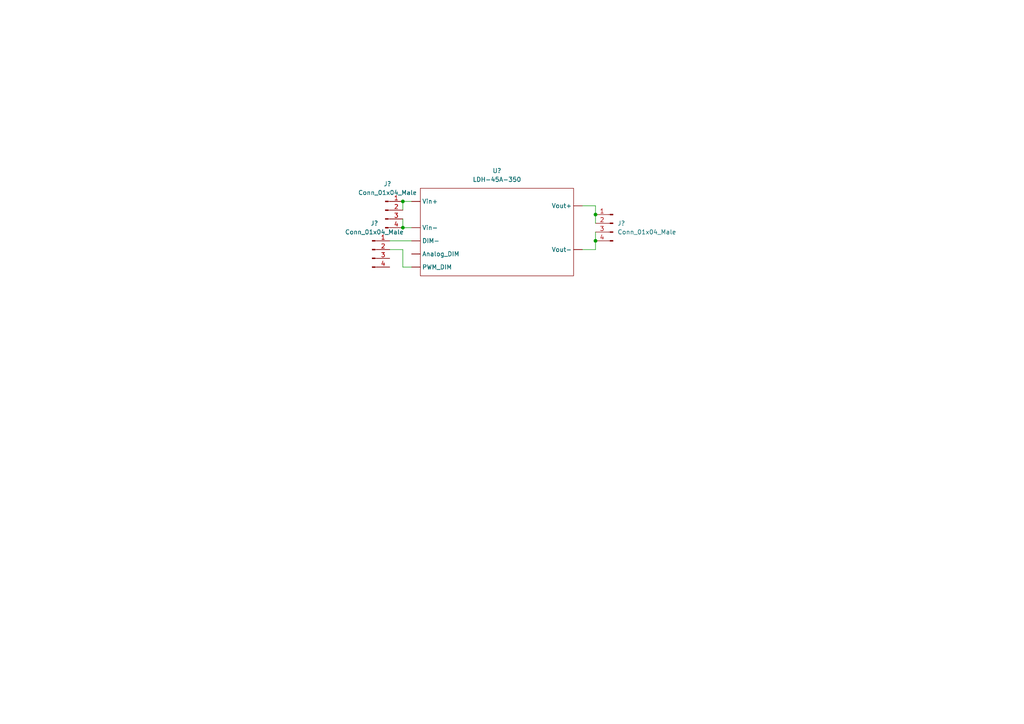
<source format=kicad_sch>
(kicad_sch (version 20211123) (generator eeschema)
  (paper "A4")
  (lib_symbols
    (symbol "Connector:Conn_01x04_Male" (pin_names (offset 1.016) hide)
      (property "Reference" "J" (at 0 5.08 0))
      (property "Value" "Conn_01x04_Male" (at 0 -7.62 0))
      (symbol "Conn_01x04_Male_1_1"
        (polyline (pts (xy 1.27 -5.08) (xy 0.8636 -5.08)) (stroke (width 0.1524)))
        (polyline (pts (xy 1.27 -2.54) (xy 0.8636 -2.54)) (stroke (width 0.1524)))
        (polyline (pts (xy 1.27 0) (xy 0.8636 0)) (stroke (width 0.1524)))
        (polyline (pts (xy 1.27 2.54) (xy 0.8636 2.54)) (stroke (width 0.1524)))
        (rectangle (start 0.8636 -4.953) (end 0 -5.207) (stroke (width 0.1524)) (fill (type outline)))
        (rectangle (start 0.8636 -2.413) (end 0 -2.667) (stroke (width 0.1524)) (fill (type outline)))
        (rectangle (start 0.8636 0.127) (end 0 -0.127) (stroke (width 0.1524)) (fill (type outline)))
        (rectangle (start 0.8636 2.667) (end 0 2.413) (stroke (width 0.1524)) (fill (type outline)))
        (pin passive line (at 5.08 2.54 180) (length 3.81) (name "Pin_1") (number "1"))
        (pin passive line (at 5.08 0 180) (length 3.81) (name "Pin_2") (number "2"))
        (pin passive line (at 5.08 -2.54 180) (length 3.81) (name "Pin_3") (number "3"))
        (pin passive line (at 5.08 -5.08 180) (length 3.81) (name "Pin_4") (number "4"))
      )
    )
    (symbol "dimmer_lib:LDH-45A-350"
      (property "Reference" "U" (at 0 -6.35 0))
      (property "Value" "LDH-45A-350" (at 0 -21.59 0))
      (symbol "LDH-45A-350_0_1"
        (rectangle (start -21.59 -8.89) (end 22.86 -34.29))
      )
      (symbol "LDH-45A-350_1_1"
        (pin input line (at -24.13 -27.94 0) (length 2.54) (name "Analog_DIM") (number ""))
        (pin power_in line (at -24.13 -24.13 0) (length 2.54) (name "DIM-") (number ""))
        (pin input line (at -24.13 -31.75 0) (length 2.54) (name "PWM_DIM") (number ""))
        (pin power_in line (at -24.13 -12.7 0) (length 2.54) (name "Vin+") (number ""))
        (pin power_in line (at -24.13 -20.32 0) (length 2.54) (name "Vin-") (number ""))
        (pin power_out line (at 25.4 -13.97 180) (length 2.54) (name "Vout+") (number ""))
        (pin power_out line (at 25.4 -26.67 180) (length 2.54) (name "Vout-") (number ""))
      )
    )
  )
  (junction (at 116.84 58.42))
  (junction (at 116.84 66.04))
  (junction (at 172.72 69.85))
  (junction (at 172.72 62.23))
  (wire (pts (xy 172.72 59.69) (xy 172.72 62.23)))
  (wire (pts (xy 116.84 58.42) (xy 116.84 60.96)))
  (wire (pts (xy 172.72 62.23) (xy 172.72 64.77)))
  (wire (pts (xy 116.84 66.04) (xy 119.38 66.04)))
  (wire (pts (xy 172.72 67.31) (xy 172.72 69.85)))
  (wire (pts (xy 116.84 77.47) (xy 116.84 72.39)))
  (wire (pts (xy 172.72 72.39) (xy 172.72 69.85)))
  (wire (pts (xy 119.38 77.47) (xy 116.84 77.47)))
  (wire (pts (xy 116.84 72.39) (xy 113.03 72.39)))
  (wire (pts (xy 116.84 63.5) (xy 116.84 66.04)))
  (wire (pts (xy 168.91 59.69) (xy 172.72 59.69)))
  (wire (pts (xy 116.84 58.42) (xy 119.38 58.42)))
  (wire (pts (xy 168.91 72.39) (xy 172.72 72.39)))
  (wire (pts (xy 113.03 69.85) (xy 119.38 69.85)))
  (symbol (lib_id "dimmer_lib:LDH-45A-350") (at 143.51 45.72 0) (unit 1)
    (property "Reference" "U?" (at 144.145 49.53 0))
    (property "Value" "LDH-45A-350" (at 144.145 52.07 0))
  )
  (symbol (lib_id "Connector:Conn_01x04_Male") (at 177.8 64.77 0) (mirror y) (unit 1)
    (property "Reference" "J?" (at 179.07 64.7699 0) (effects (justify right)))
    (property "Value" "Conn_01x04_Male" (at 179.07 67.3099 0) (effects (justify right)))
  )
  (symbol (lib_id "Connector:Conn_01x04_Male") (at 111.76 60.96 0) (unit 1)
    (property "Reference" "J?" (at 112.395 53.34 0))
    (property "Value" "Conn_01x04_Male" (at 112.395 55.88 0))
  )
  (symbol (lib_id "Connector:Conn_01x04_Male") (at 107.95 72.39 0) (unit 1)
    (property "Reference" "J?" (at 108.585 64.77 0))
    (property "Value" "Conn_01x04_Male" (at 108.585 67.31 0))
  )
)
</source>
